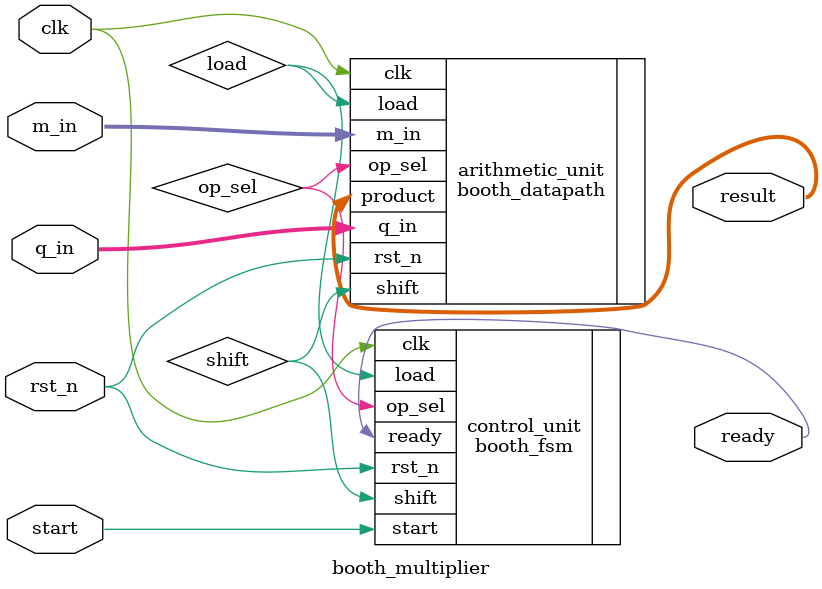
<source format=sv>
`timescale 1ns/1ps

module booth_multiplier #(parameter DATA_WIDTH = 16) (
    input  logic clk, rst_n, start,
    input  logic [DATA_WIDTH-1:0] m_in, q_in,
    output logic [2*DATA_WIDTH-1:0] result,
    output logic ready
);
    // Señales de interconexión interna
    logic load, shift, op_sel;

    // Instancia de la FSM (Unidad de Control)
    booth_fsm #(.DATA_WIDTH(DATA_WIDTH)) control_unit (
        .clk(clk), .rst_n(rst_n), .start(start),
        .load(load), .shift(shift), .op_sel(op_sel), .ready(ready)
    );

    // Instancia del Datapath (Unidad Aritmética)
    booth_datapath #(.DATA_WIDTH(DATA_WIDTH)) arithmetic_unit (
        .clk(clk), .rst_n(rst_n), .m_in(m_in), .q_in(q_in),
        .load(load), .shift(shift), .op_sel(op_sel), .product(result)
    );
endmodule
</source>
